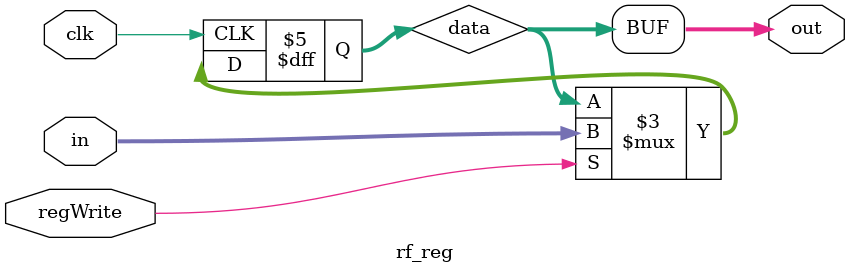
<source format=v>
/*
Author: Tom Diederen
Date: Sept 2023
Title: Register for Register File, part of Rudimentary Processor Design Project
Summary: single register with one input bus and 2 output busses. To be used in register file.
https://github.com/TDIE/cpu_arch
*/
module rf_reg #(parameter BUS_WIDTH=16)(input regWrite
    , input [BUS_WIDTH-1:0] in
    , input clk
    , output [BUS_WIDTH-1:0] out
    );

    reg [BUS_WIDTH-1:0] data;

    always@(posedge clk) begin
        if (regWrite == 1'b1) data <= in;
    end

    assign out = data;
endmodule: rf_reg

</source>
